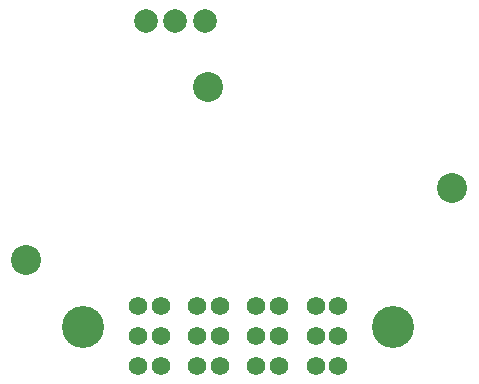
<source format=gbr>
%TF.GenerationSoftware,Altium Limited,Altium Designer,24.2.2 (26)*%
G04 Layer_Color=255*
%FSLAX45Y45*%
%MOMM*%
%TF.SameCoordinates,49D751E1-909A-4D1D-99CC-CC6D119DB9C5*%
%TF.FilePolarity,Positive*%
%TF.FileFunction,Pads,Bot*%
%TF.Part,Single*%
G01*
G75*
%TA.AperFunction,ComponentPad*%
%ADD26C,3.56000*%
%ADD27C,1.56000*%
%ADD28C,2.54000*%
%ADD29C,2.00000*%
D26*
X4230980Y-4846520D02*
D03*
X1602980D02*
D03*
D27*
X2260980Y-5176520D02*
D03*
X2072980D02*
D03*
X2260980Y-4922520D02*
D03*
X2072980D02*
D03*
X2260980Y-4668520D02*
D03*
X2072980D02*
D03*
X3760980Y-5176520D02*
D03*
X3572980D02*
D03*
X3760980Y-4922520D02*
D03*
X3572980D02*
D03*
X3760980Y-4668520D02*
D03*
X3572980D02*
D03*
X3260980Y-5176520D02*
D03*
X3072980D02*
D03*
X3260980Y-4922520D02*
D03*
X3072980D02*
D03*
X3260980Y-4668520D02*
D03*
X3072980D02*
D03*
X2760980Y-5176520D02*
D03*
X2572980D02*
D03*
X2760980Y-4922520D02*
D03*
X2572980D02*
D03*
X2760980Y-4668520D02*
D03*
X2572980D02*
D03*
D28*
X1125220Y-4279900D02*
D03*
X4732020Y-3672840D02*
D03*
X2659380Y-2816860D02*
D03*
D29*
X2636520Y-2260600D02*
D03*
X2386520D02*
D03*
X2136520D02*
D03*
%TF.MD5,5dc8dbe7044b92d247f29ef6b20e85cd*%
M02*

</source>
